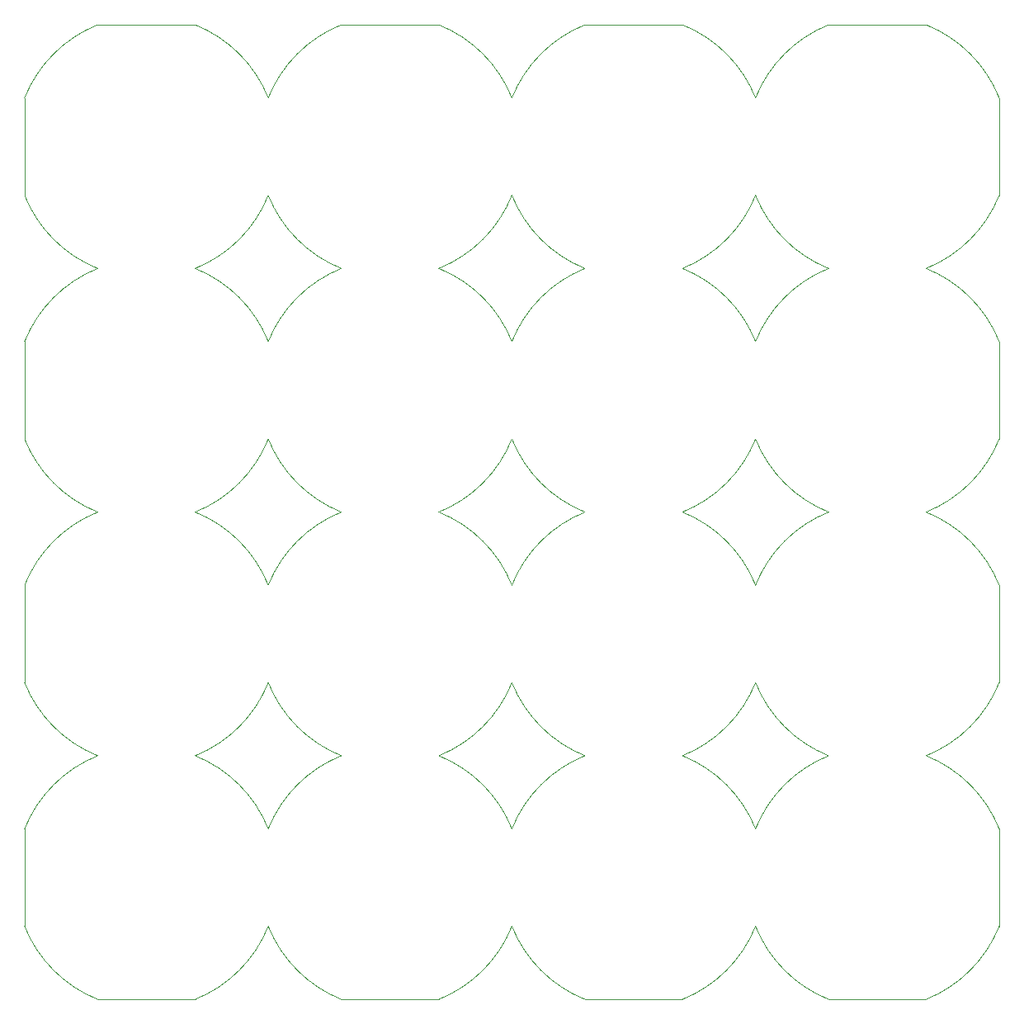
<source format=gbr>
%TF.GenerationSoftware,KiCad,Pcbnew,(5.1.9)-1*%
%TF.CreationDate,2021-10-26T13:29:38+02:00*%
%TF.ProjectId,Smartmeter_IR_V11_multi,536d6172-746d-4657-9465-725f49525f56,rev?*%
%TF.SameCoordinates,Original*%
%TF.FileFunction,Profile,NP*%
%FSLAX46Y46*%
G04 Gerber Fmt 4.6, Leading zero omitted, Abs format (unit mm)*
G04 Created by KiCad (PCBNEW (5.1.9)-1) date 2021-10-26 13:29:38*
%MOMM*%
%LPD*%
G01*
G04 APERTURE LIST*
%TA.AperFunction,Profile*%
%ADD10C,0.050000*%
%TD*%
G04 APERTURE END LIST*
D10*
X55000000Y-142499999D02*
G75*
G02*
X47500001Y-134999999I5000000J12499999D01*
G01*
X47500001Y-125000000D02*
G75*
G02*
X55000001Y-117500001I12499999J-5000000D01*
G01*
X55000000Y-142499999D02*
X64999999Y-142499999D01*
X65000000Y-117500001D02*
G75*
G02*
X72499999Y-125000001I-5000000J-12499999D01*
G01*
X97499999Y-135000000D02*
G75*
G02*
X89999999Y-142499999I-12499999J5000000D01*
G01*
X105000000Y-142499999D02*
X114999999Y-142499999D01*
X90000000Y-117500001D02*
G75*
G02*
X97499999Y-125000001I-5000000J-12499999D01*
G01*
X80000000Y-142499999D02*
X89999999Y-142499999D01*
X115000000Y-117500001D02*
G75*
G02*
X122499999Y-125000001I-5000000J-12499999D01*
G01*
X147499999Y-135000000D02*
X147499999Y-125000001D01*
X72499999Y-135000000D02*
G75*
G02*
X64999999Y-142499999I-12499999J5000000D01*
G01*
X97500001Y-125000000D02*
G75*
G02*
X105000001Y-117500001I12499999J-5000000D01*
G01*
X72500001Y-125000000D02*
G75*
G02*
X80000001Y-117500001I12499999J-5000000D01*
G01*
X80000000Y-142499999D02*
G75*
G02*
X72500001Y-134999999I5000000J12499999D01*
G01*
X122500001Y-125000000D02*
G75*
G02*
X130000001Y-117500001I12499999J-5000000D01*
G01*
X105000000Y-142499999D02*
G75*
G02*
X97500001Y-134999999I5000000J12499999D01*
G01*
X147499999Y-135000000D02*
G75*
G02*
X139999999Y-142499999I-12499999J5000000D01*
G01*
X122499999Y-135000000D02*
G75*
G02*
X114999999Y-142499999I-12499999J5000000D01*
G01*
X47500001Y-125000000D02*
X47500001Y-134999999D01*
X130000000Y-142499999D02*
X139999999Y-142499999D01*
X130000000Y-142499999D02*
G75*
G02*
X122500001Y-134999999I5000000J12499999D01*
G01*
X140000000Y-117500001D02*
G75*
G02*
X147499999Y-125000001I-5000000J-12499999D01*
G01*
X72500001Y-100000000D02*
G75*
G02*
X80000001Y-92500001I12499999J-5000000D01*
G01*
X147499999Y-110000000D02*
X147499999Y-100000001D01*
X80000000Y-117499999D02*
G75*
G02*
X72500001Y-109999999I5000000J12499999D01*
G01*
X97499999Y-110000000D02*
G75*
G02*
X89999999Y-117499999I-12499999J5000000D01*
G01*
X122499999Y-110000000D02*
G75*
G02*
X114999999Y-117499999I-12499999J5000000D01*
G01*
X105000000Y-117499999D02*
G75*
G02*
X97500001Y-109999999I5000000J12499999D01*
G01*
X122500001Y-100000000D02*
G75*
G02*
X130000001Y-92500001I12499999J-5000000D01*
G01*
X90000000Y-92500001D02*
G75*
G02*
X97499999Y-100000001I-5000000J-12499999D01*
G01*
X97500001Y-100000000D02*
G75*
G02*
X105000001Y-92500001I12499999J-5000000D01*
G01*
X115000000Y-92500001D02*
G75*
G02*
X122499999Y-100000001I-5000000J-12499999D01*
G01*
X140000000Y-92500001D02*
G75*
G02*
X147499999Y-100000001I-5000000J-12499999D01*
G01*
X147499999Y-110000000D02*
G75*
G02*
X139999999Y-117499999I-12499999J5000000D01*
G01*
X72499999Y-110000000D02*
G75*
G02*
X64999999Y-117499999I-12499999J5000000D01*
G01*
X47500001Y-100000000D02*
X47500001Y-109999999D01*
X130000000Y-117499999D02*
G75*
G02*
X122500001Y-109999999I5000000J12499999D01*
G01*
X55000000Y-117499999D02*
G75*
G02*
X47500001Y-109999999I5000000J12499999D01*
G01*
X47500001Y-100000000D02*
G75*
G02*
X55000001Y-92500001I12499999J-5000000D01*
G01*
X65000000Y-92500001D02*
G75*
G02*
X72499999Y-100000001I-5000000J-12499999D01*
G01*
X97499999Y-85000000D02*
G75*
G02*
X89999999Y-92499999I-12499999J5000000D01*
G01*
X72500001Y-75000000D02*
G75*
G02*
X80000001Y-67500001I12499999J-5000000D01*
G01*
X90000000Y-67500001D02*
G75*
G02*
X97499999Y-75000001I-5000000J-12499999D01*
G01*
X122499999Y-85000000D02*
G75*
G02*
X114999999Y-92499999I-12499999J5000000D01*
G01*
X97500001Y-75000000D02*
G75*
G02*
X105000001Y-67500001I12499999J-5000000D01*
G01*
X115000000Y-67500001D02*
G75*
G02*
X122499999Y-75000001I-5000000J-12499999D01*
G01*
X105000000Y-92499999D02*
G75*
G02*
X97500001Y-84999999I5000000J12499999D01*
G01*
X80000000Y-92499999D02*
G75*
G02*
X72500001Y-84999999I5000000J12499999D01*
G01*
X147499999Y-85000000D02*
G75*
G02*
X139999999Y-92499999I-12499999J5000000D01*
G01*
X122500001Y-75000000D02*
G75*
G02*
X130000001Y-67500001I12499999J-5000000D01*
G01*
X140000000Y-67500001D02*
G75*
G02*
X147499999Y-75000001I-5000000J-12499999D01*
G01*
X147499999Y-85000000D02*
X147499999Y-75000001D01*
X130000000Y-92499999D02*
G75*
G02*
X122500001Y-84999999I5000000J12499999D01*
G01*
X47500001Y-75000000D02*
X47500001Y-84999999D01*
X55000000Y-92499999D02*
G75*
G02*
X47500001Y-84999999I5000000J12499999D01*
G01*
X47500001Y-75000000D02*
G75*
G02*
X55000001Y-67500001I12499999J-5000000D01*
G01*
X72499999Y-85000000D02*
G75*
G02*
X64999999Y-92499999I-12499999J5000000D01*
G01*
X65000000Y-67500001D02*
G75*
G02*
X72499999Y-75000001I-5000000J-12499999D01*
G01*
X147499999Y-60000000D02*
G75*
G02*
X139999999Y-67499999I-12499999J5000000D01*
G01*
X122500001Y-50000000D02*
G75*
G02*
X130000001Y-42500001I12499999J-5000000D01*
G01*
X140000000Y-42500001D02*
G75*
G02*
X147499999Y-50000001I-5000000J-12499999D01*
G01*
X147499999Y-60000000D02*
X147499999Y-50000001D01*
X130000000Y-67499999D02*
G75*
G02*
X122500001Y-59999999I5000000J12499999D01*
G01*
X140000000Y-42500001D02*
X130000001Y-42500001D01*
X115000000Y-42500001D02*
X105000001Y-42500001D01*
X122499999Y-60000000D02*
G75*
G02*
X114999999Y-67499999I-12499999J5000000D01*
G01*
X97500001Y-50000000D02*
G75*
G02*
X105000001Y-42500001I12499999J-5000000D01*
G01*
X115000000Y-42500001D02*
G75*
G02*
X122499999Y-50000001I-5000000J-12499999D01*
G01*
X105000000Y-67499999D02*
G75*
G02*
X97500001Y-59999999I5000000J12499999D01*
G01*
X90000000Y-42500001D02*
X80000001Y-42500001D01*
X80000000Y-67499999D02*
G75*
G02*
X72500001Y-59999999I5000000J12499999D01*
G01*
X72500001Y-50000000D02*
G75*
G02*
X80000001Y-42500001I12499999J-5000000D01*
G01*
X97499999Y-60000000D02*
G75*
G02*
X89999999Y-67499999I-12499999J5000000D01*
G01*
X90000000Y-42500001D02*
G75*
G02*
X97499999Y-50000001I-5000000J-12499999D01*
G01*
X65000000Y-42500001D02*
X55000001Y-42500001D01*
X47500001Y-50000000D02*
X47500001Y-59999999D01*
X72499999Y-60000000D02*
G75*
G02*
X64999999Y-67499999I-12499999J5000000D01*
G01*
X65000000Y-42500001D02*
G75*
G02*
X72499999Y-50000001I-5000000J-12499999D01*
G01*
X55000000Y-67499999D02*
G75*
G02*
X47500001Y-59999999I5000000J12499999D01*
G01*
X47500001Y-50000000D02*
G75*
G02*
X55000001Y-42500001I12499999J-5000000D01*
G01*
M02*

</source>
